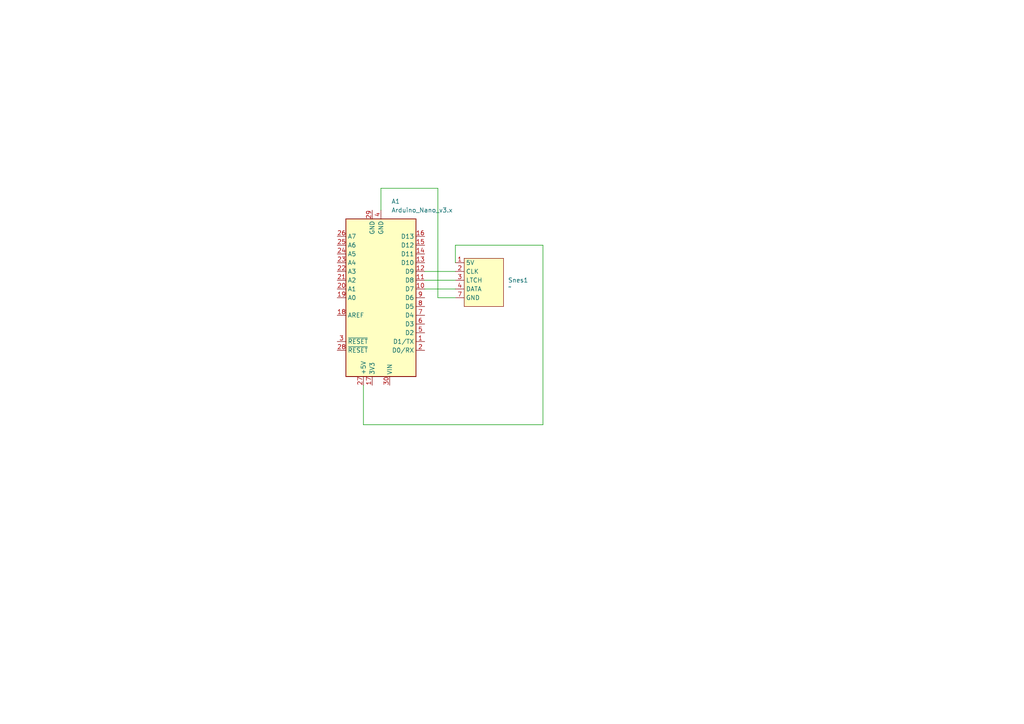
<source format=kicad_sch>
(kicad_sch (version 20231120) (generator "eeschema") (generator_version "8.0")
  (paper "A4")
  (lib_symbols
    (symbol "MCU_Module:Arduino_Nano_v3.x"
      (property "Reference" "A" (at -10.16 23.495 0))
      (property "Value" "Arduino_Nano_v3.x" (at 5.08 -24.13 0))
      (symbol "Arduino_Nano_v3.x_0_1"
        (rectangle (start -10.16 22.86) (end 10.16 -22.86) (stroke (width 0.254)) (fill (type background)))
      )
      (symbol "Arduino_Nano_v3.x_1_1"
        (pin bidirectional line (at -12.7 12.7 0) (length 2.54) (name "D1/TX") (number "1"))
        (pin bidirectional line (at -12.7 -2.54 0) (length 2.54) (name "D7") (number "10"))
        (pin bidirectional line (at -12.7 -5.08 0) (length 2.54) (name "D8") (number "11"))
        (pin bidirectional line (at -12.7 -7.62 0) (length 2.54) (name "D9") (number "12"))
        (pin bidirectional line (at -12.7 -10.16 0) (length 2.54) (name "D10") (number "13"))
        (pin bidirectional line (at -12.7 -12.7 0) (length 2.54) (name "D11") (number "14"))
        (pin bidirectional line (at -12.7 -15.24 0) (length 2.54) (name "D12") (number "15"))
        (pin bidirectional line (at -12.7 -17.78 0) (length 2.54) (name "D13") (number "16"))
        (pin power_out line (at 2.54 25.4 270) (length 2.54) (name "3V3") (number "17"))
        (pin input line (at 12.7 5.08 180) (length 2.54) (name "AREF") (number "18"))
        (pin bidirectional line (at 12.7 0 180) (length 2.54) (name "A0") (number "19"))
        (pin bidirectional line (at -12.7 15.24 0) (length 2.54) (name "D0/RX") (number "2"))
        (pin bidirectional line (at 12.7 -2.54 180) (length 2.54) (name "A1") (number "20"))
        (pin bidirectional line (at 12.7 -5.08 180) (length 2.54) (name "A2") (number "21"))
        (pin bidirectional line (at 12.7 -7.62 180) (length 2.54) (name "A3") (number "22"))
        (pin bidirectional line (at 12.7 -10.16 180) (length 2.54) (name "A4") (number "23"))
        (pin bidirectional line (at 12.7 -12.7 180) (length 2.54) (name "A5") (number "24"))
        (pin bidirectional line (at 12.7 -15.24 180) (length 2.54) (name "A6") (number "25"))
        (pin bidirectional line (at 12.7 -17.78 180) (length 2.54) (name "A7") (number "26"))
        (pin power_out line (at 5.08 25.4 270) (length 2.54) (name "+5V") (number "27"))
        (pin input line (at 12.7 15.24 180) (length 2.54) (name "~{RESET}") (number "28"))
        (pin power_in line (at 2.54 -25.4 90) (length 2.54) (name "GND") (number "29"))
        (pin input line (at 12.7 12.7 180) (length 2.54) (name "~{RESET}") (number "3"))
        (pin power_in line (at -2.54 25.4 270) (length 2.54) (name "VIN") (number "30"))
        (pin power_in line (at 0 -25.4 90) (length 2.54) (name "GND") (number "4"))
        (pin bidirectional line (at -12.7 10.16 0) (length 2.54) (name "D2") (number "5"))
        (pin bidirectional line (at -12.7 7.62 0) (length 2.54) (name "D3") (number "6"))
        (pin bidirectional line (at -12.7 5.08 0) (length 2.54) (name "D4") (number "7"))
        (pin bidirectional line (at -12.7 2.54 0) (length 2.54) (name "D5") (number "8"))
        (pin bidirectional line (at -12.7 0 0) (length 2.54) (name "D6") (number "9"))
      )
    )
    (symbol "Symbols_cez:snes_controller"
      (property "Reference" "Snes" (at 3.302 4.572 0))
      (symbol "snes_controller_0_1"
        (rectangle (start -2.54 2.54) (end 8.89 -11.43) (fill (type background)))
      )
      (symbol "snes_controller_1_1"
        (pin power_in line (at -5.08 1.27 0) (length 2.54) (name "5V") (number "1"))
        (pin passive line (at -5.08 -1.27 0) (length 2.54) (name "CLK") (number "2"))
        (pin passive line (at -5.08 -3.81 0) (length 2.54) (name "LTCH") (number "3"))
        (pin passive line (at -5.08 -6.35 0) (length 2.54) (name "DATA") (number "4"))
        (pin passive line (at -5.08 -8.89 0) (length 2.54) (name "GND") (number "7"))
      )
    )
  )
  (wire (pts (xy 123.19 81.28) (xy 132.08 81.28)))
  (wire (pts (xy 105.41 111.76) (xy 105.41 123.19)))
  (wire (pts (xy 157.48 123.19) (xy 157.48 71.12)))
  (wire (pts (xy 132.08 71.12) (xy 132.08 76.2)))
  (wire (pts (xy 123.19 78.74) (xy 132.08 78.74)))
  (wire (pts (xy 123.19 83.82) (xy 132.08 83.82)))
  (wire (pts (xy 105.41 123.19) (xy 157.48 123.19)))
  (wire (pts (xy 127 54.61) (xy 110.49 54.61)))
  (wire (pts (xy 110.49 54.61) (xy 110.49 60.96)))
  (wire (pts (xy 157.48 71.12) (xy 132.08 71.12)))
  (wire (pts (xy 132.08 86.36) (xy 127 86.36)))
  (wire (pts (xy 127 86.36) (xy 127 54.61)))
  (symbol (lib_id "Symbols_cez:snes_controller") (at 137.16 77.47 0) (unit 1)
    (property "Reference" "Snes1" (at 147.32 81.2799 0) (effects (justify left)))
    (property "Value" "~" (at 147.32 83.185 0) (effects (justify left)))
    (property "Footprint" "Footprints_cez:snes_controller_v2" (effects (hide yes)))
  )
  (symbol (lib_id "MCU_Module:Arduino_Nano_v3.x") (at 110.49 86.36 180) (unit 1)
    (property "Reference" "A1" (at 113.5065 58.42 0) (effects (justify right)))
    (property "Value" "Arduino_Nano_v3.x" (at 113.5065 60.96 0) (effects (justify right)))
    (property "Footprint" "Module:Arduino_Nano" (effects (hide yes)))
    (property "Datasheet" "http://www.mouser.com/pdfdocs/Gravitech_Arduino_Nano3_0.pdf" (effects (hide yes)))
    (property "Description" "Arduino Nano v3.x" (effects (hide yes)))
  )
)
</source>
